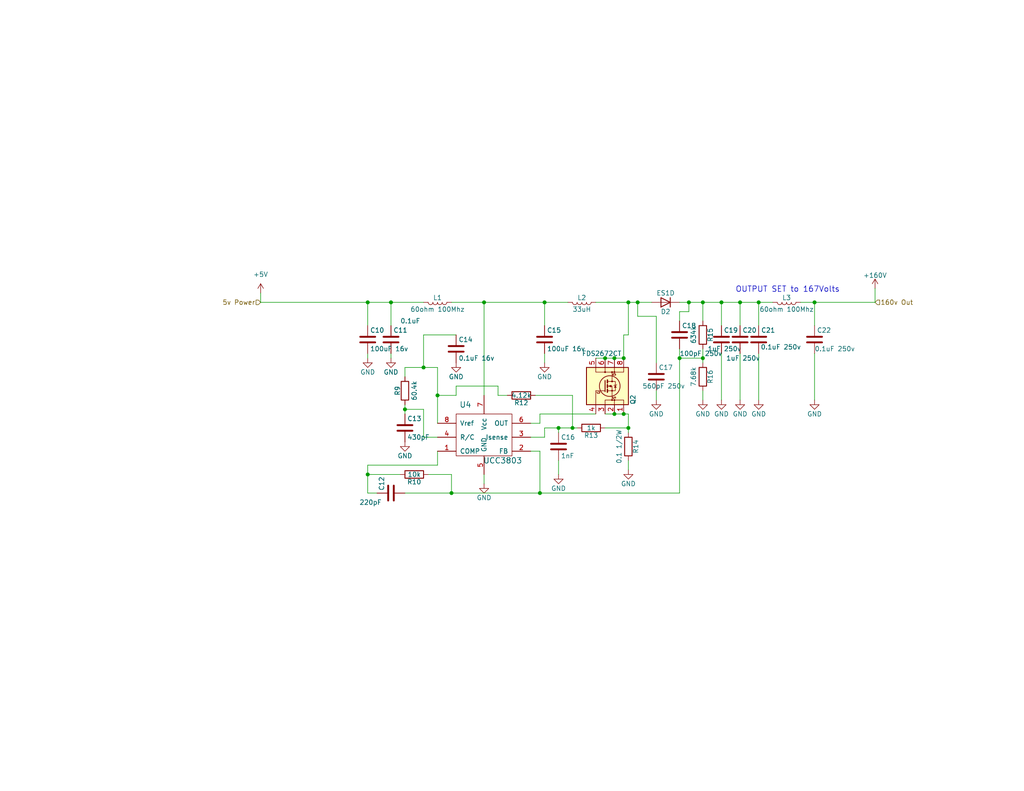
<source format=kicad_sch>
(kicad_sch (version 20231120) (generator "eeschema") (generator_version "8.0")
  (paper "A")
  (title_block (title "170V Power Supply"))
  (lib_symbols
    (symbol "Device:C" (pin_numbers hide) (pin_names (offset 0.254))
      (property "Reference" "C" (at 0.635 2.54 0))
      (property "Value" "C" (at 0.635 -2.54 0))
      (symbol "C_0_1"
        (polyline (pts (xy -2.032 -0.762) (xy 2.032 -0.762)) (stroke (width 0.508)))
        (polyline (pts (xy -2.032 0.762) (xy 2.032 0.762)) (stroke (width 0.508)))
      )
      (symbol "C_1_1"
        (pin passive line (at 0 3.81 270) (length 2.794) (name "~") (number "1"))
        (pin passive line (at 0 -3.81 90) (length 2.794) (name "~") (number "2"))
      )
    )
    (symbol "Device:D" (pin_numbers hide) (pin_names (offset 1.016) hide)
      (property "Reference" "D" (at 0 2.54 0))
      (property "Value" "D" (at 0 -2.54 0))
      (symbol "D_0_1"
        (polyline (pts (xy -1.27 1.27) (xy -1.27 -1.27)) (stroke (width 0.254)))
        (polyline (pts (xy 1.27 0) (xy -1.27 0)))
        (polyline (pts (xy 1.27 1.27) (xy 1.27 -1.27) (xy -1.27 0) (xy 1.27 1.27)) (stroke (width 0.254)))
      )
      (symbol "D_1_1"
        (pin passive line (at -3.81 0 0) (length 2.54) (name "K") (number "1"))
        (pin passive line (at 3.81 0 180) (length 2.54) (name "A") (number "2"))
      )
    )
    (symbol "Device:R" (pin_numbers hide) (pin_names (offset 0))
      (property "Reference" "R" (at 2.032 0 90))
      (property "Value" "R" (at 0 0 90))
      (symbol "R_0_1"
        (rectangle (start -1.016 -2.54) (end 1.016 2.54) (stroke (width 0.254)))
      )
      (symbol "R_1_1"
        (pin passive line (at 0 3.81 270) (length 1.27) (name "~") (number "1"))
        (pin passive line (at 0 -3.81 90) (length 1.27) (name "~") (number "2"))
      )
    )
    (symbol "NixieSupply5vto170vDCMBoostMini-rescue:+160V" (power) (pin_names (offset 0))
      (property "Value" "+160V" (at 0 3.556 0))
      (symbol "+160V_0_1"
        (polyline (pts (xy -0.762 1.27) (xy 0 2.54)))
        (polyline (pts (xy 0 0) (xy 0 2.54)))
        (polyline (pts (xy 0 2.54) (xy 0.762 1.27)))
      )
      (symbol "+160V_1_1"
        (pin power_in line (at 0 0 90) (length 0) hide (name "+160V") (number "1"))
      )
    )
    (symbol "NixieSupply5vto170vDCMBoostMini-rescue:AAC243" (pin_names (offset 1.016))
      (property "Reference" "U" (at 1.27 3.81 0))
      (property "Value" "AAC243" (at 12.7 -10.16 0))
      (symbol "AAC243_0_1"
        (rectangle (start 0 2.54) (end 15.24 -8.89))
      )
      (symbol "AAC243_1_1"
        (pin output line (at -5.08 -7.62 0) (length 5.08) (name "COMP") (number "1"))
        (pin input line (at 20.32 -7.62 180) (length 5.08) (name "FB") (number "2"))
        (pin input line (at 20.32 -3.81 180) (length 5.08) (name "Isense") (number "3"))
        (pin input line (at -5.08 -3.81 0) (length 5.08) (name "R/C") (number "4"))
        (pin passive line (at 7.62 -13.97 90) (length 5.08) (name "GND") (number "5"))
        (pin output line (at 20.32 0 180) (length 5.08) (name "OUT") (number "6"))
        (pin power_in line (at 7.62 7.62 270) (length 5.08) (name "Vcc") (number "7"))
        (pin output line (at -5.08 0 0) (length 5.08) (name "Vref") (number "8"))
      )
    )
    (symbol "NixieSupply5vto170vDCMBoostMini-rescue:FDMS86255ET150" (pin_names (offset 0) hide)
      (property "Reference" "Q" (at -5.08 7.62 0))
      (property "Value" "FDMS86255ET150" (at -5.08 -6.35 0))
      (symbol "FDMS86255ET150_0_0"
        (circle (center -3.81 1.905) (radius 0.127) (stroke (width 0.254)))
        (circle (center -1.27 1.905) (radius 0.127) (stroke (width 0.254)))
        (polyline (pts (xy -5.08 2.54) (xy -3.81 2.54)))
        (polyline (pts (xy -1.27 1.905) (xy -3.81 1.905)))
        (polyline (pts (xy 5.08 2.54) (xy 3.81 2.54)))
        (polyline (pts (xy -1.27 0.635) (xy -1.27 2.794) (xy 1.27 2.794) (xy 1.27 0.635)))
        (polyline (pts (xy 0.127 2.794) (xy -0.381 3.048) (xy -0.381 2.54) (xy 0.127 2.794)) (fill (type outline)))
        (polyline (pts (xy 0.381 3.175) (xy 0.254 3.048) (xy 0.254 2.54) (xy 0.127 2.413)))
        (circle (center 1.27 1.905) (radius 0.127) (stroke (width 0.254)))
        (circle (center 3.81 1.905) (radius 0.127) (stroke (width 0.254)))
        (text "D" (at 3.175 2.54 0) (effects (font (size 0.762 0.762))))
        (text "G" (at -1.778 -1.778 0) (effects (font (size 0.762 0.762))))
        (text "S" (at -3.175 2.54 0) (effects (font (size 0.762 0.762))))
      )
      (symbol "FDMS86255ET150_0_1"
        (rectangle (start -5.08 6.35) (end 5.08 -5.08) (stroke (width 0.254)) (fill (type background)))
        (circle (center -3.81 2.54) (radius 0.127) (stroke (width 0.254)))
        (polyline (pts (xy -5.08 -2.54) (xy -1.27 -2.54)))
        (polyline (pts (xy -1.651 0.635) (xy -0.889 0.635)) (stroke (width 0.381)))
        (polyline (pts (xy -1.27 -2.54) (xy -1.27 0)))
        (polyline (pts (xy -0.381 0.635) (xy 0.381 0.635)) (stroke (width 0.381)))
        (polyline (pts (xy 0.889 0.635) (xy 1.651 0.635)) (stroke (width 0.381)))
        (polyline (pts (xy 1.27 1.905) (xy 3.81 1.905)))
        (polyline (pts (xy 5.08 0) (xy 3.81 0)))
        (polyline (pts (xy -1.524 0) (xy 1.524 0) (xy 1.524 0)) (stroke (width 0.254)))
        (polyline (pts (xy 0 0.635) (xy 0 1.905) (xy -1.27 1.905)))
        (polyline (pts (xy -5.08 0) (xy -3.81 0) (xy -3.81 5.08) (xy -5.08 5.08)))
        (polyline (pts (xy -0.254 1.651) (xy 0.254 1.651) (xy 0 1.016) (xy -0.254 1.651)) (fill (type outline)))
        (polyline (pts (xy 5.08 5.08) (xy 3.81 5.08) (xy 3.81 -2.54) (xy 5.08 -2.54)))
        (circle (center 0 1.27) (radius 2.8194) (stroke (width 0.2032)))
        (circle (center 3.81 0) (radius 0.127) (stroke (width 0.254)))
        (circle (center 3.81 2.54) (radius 0.127) (stroke (width 0.254)))
      )
      (symbol "FDMS86255ET150_1_1"
        (pin passive line (at -7.62 5.08 0) (length 2.54) (name "S") (number "1"))
        (pin passive line (at -7.62 2.54 0) (length 2.54) (name "S") (number "2"))
        (pin passive line (at -7.62 0 0) (length 2.54) (name "S") (number "3"))
        (pin passive line (at -7.62 -2.54 0) (length 2.54) (name "G") (number "4"))
        (pin passive line (at 7.62 -2.54 180) (length 2.54) (name "D") (number "5"))
        (pin passive line (at 7.62 0 180) (length 2.54) (name "D") (number "6"))
        (pin passive line (at 7.62 2.54 180) (length 2.54) (name "D") (number "7"))
        (pin passive line (at 7.62 5.08 180) (length 2.54) (name "D") (number "8"))
      )
    )
    (symbol "NixieSupply5vto170vDCMBoostMini-rescue:GND-power" (power) (pin_names (offset 0))
      (property "Value" "power_GND" (at 0 -3.81 0))
      (symbol "GND-power_0_1"
        (polyline (pts (xy 0 0) (xy 0 -1.27) (xy 1.27 -1.27) (xy 0 -2.54) (xy -1.27 -1.27) (xy 0 -1.27)))
      )
      (symbol "GND-power_1_1"
        (pin power_in line (at 0 0 270) (length 0) hide (name "GND") (number "1"))
      )
    )
    (symbol "NixieSupply5vto170vDCMBoostMini-rescue:L" (pin_numbers hide) (pin_names (offset 1.016) hide)
      (property "Reference" "L" (at -1.27 0 90))
      (property "Value" "L" (at 1.905 0 90))
      (symbol "L_0_1"
        (arc (start 0 -2.54) (mid 0.635 -1.905) (end 0 -1.27))
        (arc (start 0 -1.27) (mid 0.635 -0.635) (end 0 0))
        (arc (start 0 0) (mid 0.635 0.635) (end 0 1.27))
        (arc (start 0 1.27) (mid 0.635 1.905) (end 0 2.54))
      )
      (symbol "L_1_1"
        (pin passive line (at 0 3.81 270) (length 1.27) (name "1") (number "1"))
        (pin passive line (at 0 -3.81 90) (length 1.27) (name "2") (number "2"))
      )
    )
    (symbol "power:+5V" (power) (pin_numbers hide) (pin_names (offset 0) hide)
      (property "Value" "+5V" (at 0 3.556 0))
      (symbol "+5V_0_1"
        (polyline (pts (xy -0.762 1.27) (xy 0 2.54)))
        (polyline (pts (xy 0 0) (xy 0 2.54)))
        (polyline (pts (xy 0 2.54) (xy 0.762 1.27)))
      )
      (symbol "+5V_1_1"
        (pin power_in line (at 0 0 90) (length 0) (name "~") (number "1"))
      )
    )
  )
  (junction (at 191.77 82.55))
  (junction (at 156.21 116.84))
  (junction (at 170.18 113.03))
  (junction (at 148.59 82.55))
  (junction (at 147.32 134.62))
  (junction (at 123.19 134.62))
  (junction (at 207.01 82.55))
  (junction (at 222.25 82.55))
  (junction (at 201.93 82.55))
  (junction (at 167.64 113.03))
  (junction (at 165.1 97.79))
  (junction (at 152.4 116.84))
  (junction (at 173.99 82.55))
  (junction (at 167.64 97.79))
  (junction (at 119.38 107.95))
  (junction (at 115.57 100.33))
  (junction (at 196.85 82.55))
  (junction (at 187.96 82.55))
  (junction (at 170.18 97.79))
  (junction (at 132.08 82.55))
  (junction (at 110.49 111.76))
  (junction (at 171.45 82.55))
  (junction (at 100.33 129.54))
  (junction (at 100.33 82.55))
  (junction (at 191.77 97.79))
  (junction (at 171.45 116.84))
  (junction (at 185.42 97.79))
  (junction (at 106.68 82.55))
  (wire (pts (xy 185.42 97.79) (xy 191.77 97.79)))
  (wire (pts (xy 171.45 113.03) (xy 171.45 116.84)))
  (wire (pts (xy 147.32 115.57) (xy 144.78 115.57)))
  (wire (pts (xy 148.59 96.52) (xy 148.59 99.06)))
  (wire (pts (xy 222.25 82.55) (xy 222.25 88.9)))
  (wire (pts (xy 185.42 85.09) (xy 187.96 85.09)))
  (wire (pts (xy 171.45 116.84) (xy 171.45 118.11)))
  (wire (pts (xy 148.59 116.84) (xy 152.4 116.84)))
  (wire (pts (xy 119.38 119.38) (xy 115.57 119.38)))
  (wire (pts (xy 106.68 97.79) (xy 106.68 96.52)))
  (wire (pts (xy 152.4 116.84) (xy 152.4 118.11)))
  (wire (pts (xy 116.84 129.54) (xy 123.19 129.54)))
  (wire (pts (xy 132.08 132.08) (xy 132.08 129.54)))
  (wire (pts (xy 115.57 119.38) (xy 115.57 111.76)))
  (wire (pts (xy 185.42 87.63) (xy 185.42 85.09)))
  (wire (pts (xy 196.85 82.55) (xy 201.93 82.55)))
  (wire (pts (xy 71.12 80.01) (xy 71.12 82.55)))
  (wire (pts (xy 222.25 82.55) (xy 238.76 82.55)))
  (wire (pts (xy 124.46 91.44) (xy 115.57 91.44)))
  (wire (pts (xy 146.05 107.95) (xy 156.21 107.95)))
  (wire (pts (xy 185.42 82.55) (xy 187.96 82.55)))
  (wire (pts (xy 148.59 119.38) (xy 148.59 116.84)))
  (wire (pts (xy 119.38 100.33) (xy 119.38 107.95)))
  (wire (pts (xy 152.4 116.84) (xy 156.21 116.84)))
  (wire (pts (xy 147.32 134.62) (xy 123.19 134.62)))
  (wire (pts (xy 162.56 82.55) (xy 171.45 82.55)))
  (wire (pts (xy 100.33 134.62) (xy 102.87 134.62)))
  (wire (pts (xy 162.56 97.79) (xy 165.1 97.79)))
  (wire (pts (xy 135.89 107.95) (xy 138.43 107.95)))
  (wire (pts (xy 100.33 82.55) (xy 106.68 82.55)))
  (wire (pts (xy 110.49 100.33) (xy 115.57 100.33)))
  (wire (pts (xy 148.59 82.55) (xy 154.94 82.55)))
  (wire (pts (xy 100.33 127) (xy 100.33 129.54)))
  (wire (pts (xy 185.42 134.62) (xy 147.32 134.62)))
  (wire (pts (xy 191.77 82.55) (xy 191.77 87.63)))
  (wire (pts (xy 173.99 86.36) (xy 173.99 82.55)))
  (wire (pts (xy 119.38 127) (xy 119.38 123.19)))
  (wire (pts (xy 196.85 96.52) (xy 196.85 109.22)))
  (wire (pts (xy 110.49 100.33) (xy 110.49 102.87)))
  (wire (pts (xy 191.77 106.68) (xy 191.77 109.22)))
  (wire (pts (xy 135.89 105.41) (xy 124.46 105.41)))
  (wire (pts (xy 147.32 123.19) (xy 144.78 123.19)))
  (wire (pts (xy 238.76 78.74) (xy 238.76 82.55)))
  (wire (pts (xy 179.07 86.36) (xy 179.07 99.06)))
  (wire (pts (xy 201.93 96.52) (xy 201.93 109.22)))
  (wire (pts (xy 187.96 82.55) (xy 191.77 82.55)))
  (wire (pts (xy 100.33 97.79) (xy 100.33 96.52)))
  (wire (pts (xy 124.46 107.95) (xy 119.38 107.95)))
  (wire (pts (xy 110.49 134.62) (xy 123.19 134.62)))
  (wire (pts (xy 201.93 82.55) (xy 201.93 88.9)))
  (wire (pts (xy 171.45 91.44) (xy 171.45 82.55)))
  (wire (pts (xy 156.21 116.84) (xy 157.48 116.84)))
  (wire (pts (xy 115.57 100.33) (xy 119.38 100.33)))
  (wire (pts (xy 167.64 97.79) (xy 170.18 97.79)))
  (wire (pts (xy 191.77 82.55) (xy 196.85 82.55)))
  (wire (pts (xy 185.42 95.25) (xy 185.42 97.79)))
  (wire (pts (xy 170.18 113.03) (xy 171.45 113.03)))
  (wire (pts (xy 173.99 82.55) (xy 177.8 82.55)))
  (wire (pts (xy 106.68 82.55) (xy 115.57 82.55)))
  (wire (pts (xy 147.32 115.57) (xy 147.32 113.03)))
  (wire (pts (xy 71.12 82.55) (xy 100.33 82.55)))
  (wire (pts (xy 201.93 82.55) (xy 207.01 82.55)))
  (wire (pts (xy 124.46 105.41) (xy 124.46 107.95)))
  (wire (pts (xy 110.49 111.76) (xy 110.49 113.03)))
  (wire (pts (xy 167.64 113.03) (xy 170.18 113.03)))
  (wire (pts (xy 147.32 113.03) (xy 162.56 113.03)))
  (wire (pts (xy 100.33 129.54) (xy 100.33 134.62)))
  (wire (pts (xy 222.25 96.52) (xy 222.25 109.22)))
  (wire (pts (xy 207.01 82.55) (xy 210.82 82.55)))
  (wire (pts (xy 106.68 88.9) (xy 106.68 82.55)))
  (wire (pts (xy 109.22 129.54) (xy 100.33 129.54)))
  (wire (pts (xy 191.77 95.25) (xy 191.77 97.79)))
  (wire (pts (xy 173.99 86.36) (xy 179.07 86.36)))
  (wire (pts (xy 165.1 97.79) (xy 167.64 97.79)))
  (wire (pts (xy 123.19 82.55) (xy 132.08 82.55)))
  (wire (pts (xy 132.08 82.55) (xy 148.59 82.55)))
  (wire (pts (xy 135.89 107.95) (xy 135.89 105.41)))
  (wire (pts (xy 171.45 116.84) (xy 165.1 116.84)))
  (wire (pts (xy 110.49 110.49) (xy 110.49 111.76)))
  (wire (pts (xy 218.44 82.55) (xy 222.25 82.55)))
  (wire (pts (xy 148.59 88.9) (xy 148.59 82.55)))
  (wire (pts (xy 170.18 97.79) (xy 170.18 91.44)))
  (wire (pts (xy 207.01 82.55) (xy 207.01 88.9)))
  (wire (pts (xy 165.1 113.03) (xy 167.64 113.03)))
  (wire (pts (xy 147.32 123.19) (xy 147.32 134.62)))
  (wire (pts (xy 171.45 128.27) (xy 171.45 125.73)))
  (wire (pts (xy 100.33 88.9) (xy 100.33 82.55)))
  (wire (pts (xy 191.77 97.79) (xy 191.77 99.06)))
  (wire (pts (xy 115.57 91.44) (xy 115.57 100.33)))
  (wire (pts (xy 132.08 82.55) (xy 132.08 107.95)))
  (wire (pts (xy 196.85 88.9) (xy 196.85 82.55)))
  (wire (pts (xy 187.96 85.09) (xy 187.96 82.55)))
  (wire (pts (xy 144.78 119.38) (xy 148.59 119.38)))
  (wire (pts (xy 115.57 111.76) (xy 110.49 111.76)))
  (wire (pts (xy 156.21 107.95) (xy 156.21 116.84)))
  (wire (pts (xy 119.38 107.95) (xy 119.38 115.57)))
  (wire (pts (xy 207.01 96.52) (xy 207.01 109.22)))
  (wire (pts (xy 179.07 109.22) (xy 179.07 106.68)))
  (wire (pts (xy 123.19 129.54) (xy 123.19 134.62)))
  (wire (pts (xy 100.33 127) (xy 119.38 127)))
  (wire (pts (xy 185.42 97.79) (xy 185.42 134.62)))
  (wire (pts (xy 152.4 129.54) (xy 152.4 125.73)))
  (wire (pts (xy 170.18 91.44) (xy 171.45 91.44)))
  (wire (pts (xy 171.45 82.55) (xy 173.99 82.55)))
  (text "OUTPUT SET to 167Volts" (at 200.66 80.01 0) (effects (font (size 1.524 1.524)) (justify left bottom)))
  (hierarchical_label "5v Power" (shape input) (at 71.12 82.55 180))
  (hierarchical_label "160v Out" (shape input) (at 238.76 82.55 0))
  (symbol (lib_id "Device:R") (at 191.77 91.44 0) (unit 1)
    (property "Reference" "R15" (at 193.802 91.44 90))
    (property "Value" "634k" (at 189.23 91.44 90))
    (property "Footprint" "Resistor_SMD:R_0805_2012Metric" (effects (hide yes)))
    (property "Datasheet" "https://www.digikey.com/short/2hqfm3bm" (effects (hide yes)))
    (property "MPN" "RC0805FR-07634KL" (effects (hide yes)))
    (property "MAN" "Yageo" (effects (hide yes)))
    (property "MFR_Part#" "RMCF0805FT634K" (effects (hide yes)))
    (property "LCSC_Part#" "C237126" (effects (hide yes)))
  )
  (symbol (lib_id "Device:D") (at 181.61 82.55 180) (unit 1)
    (property "Reference" "D2" (at 181.61 85.09 0))
    (property "Value" "ES1D" (at 181.61 80.01 0))
    (property "Footprint" "Diode_SMD:D_SMA" (effects (hide yes)))
    (property "Datasheet" "https://www.digikey.com/product-detail/en/on-semiconductor/ES1D/ES1DFSCT-ND/458940" (effects (hide yes)))
    (property "MPN" "ES1D" (effects (hide yes)))
    (property "MFR_Part#" "ES1D" (effects (hide yes)))
    (property "LCSC_Part#" "C84602" (effects (hide yes)))
  )
  (symbol (lib_id "Device:C") (at 106.68 92.71 0) (unit 1)
    (property "Reference" "C11" (at 107.315 90.17 0) (effects (justify left)))
    (property "Value" "0.1uF" (at 109.22 87.63 0) (effects (justify left)))
    (property "Footprint" "Capacitor_SMD:C_0805_2012Metric" (effects (hide yes)))
    (property "Datasheet" "https://www.digikey.com/short/tcz8722d" (effects (hide yes)))
    (property "MPN" "C0805C104K3RACTU" (effects (hide yes)))
    (property "MAN" "KEMET" (effects (hide yes)))
    (property "MFR_Part#" "CC0805KRX7R6BB104" (effects (hide yes)))
    (property "LCSC_Part#" "C1852967" (effects (hide yes)))
  )
  (symbol (lib_id "Device:C") (at 179.07 102.87 0) (unit 1)
    (property "Reference" "C17" (at 179.705 100.33 0) (effects (justify left)))
    (property "Value" "560pF 250v" (at 175.26 105.41 0) (effects (justify left)))
    (property "Footprint" "Capacitor_SMD:C_0805_2012Metric" (effects (hide yes)))
    (property "Datasheet" "https://www.digikey.com/product-detail/en/kemet/C0603C561JAGAC7867/399-14990-1-ND/7382539" (effects (hide yes)))
    (property "MPN" "C0603C561JAGAC7867" (effects (hide yes)))
    (property "MFR_Part#" "CC0805KRX7RYBB561" (effects (hide yes)))
    (property "LCSC_Part#" "C113870" (effects (hide yes)))
  )
  (symbol (lib_id "NixieSupply5vto170vDCMBoostMini-rescue:GND-power") (at 207.01 109.22 0) (unit 1)
    (property "Reference" "#PWR039" (effects (hide yes)))
    (property "Value" "GND" (at 207.01 113.03 0))
  )
  (symbol (lib_id "NixieSupply5vto170vDCMBoostMini-rescue:GND-power") (at 124.46 99.06 0) (unit 1)
    (property "Reference" "#PWR030" (effects (hide yes)))
    (property "Value" "GND" (at 124.46 102.87 0))
  )
  (symbol (lib_id "NixieSupply5vto170vDCMBoostMini-rescue:GND-power") (at 222.25 109.22 0) (unit 1)
    (property "Reference" "#PWR040" (effects (hide yes)))
    (property "Value" "GND" (at 222.25 113.03 0))
  )
  (symbol (lib_id "Device:R") (at 110.49 106.68 180) (unit 1)
    (property "Reference" "R9" (at 108.458 106.68 90))
    (property "Value" "60.4k" (at 113.03 106.68 90))
    (property "Footprint" "Resistor_SMD:R_0805_2012Metric" (effects (hide yes)))
    (property "Datasheet" "https://www.digikey.com/short/tnrw9ntp" (effects (hide yes)))
    (property "MPN" "RC0805FR-0760K4L" (effects (hide yes)))
    (property "MAN" "Yageo" (effects (hide yes)))
    (property "MFR_Part#" "ARG05FTC6042" (effects (hide yes)))
    (property "LCSC_Part#" "C218645" (effects (hide yes)))
  )
  (symbol (lib_id "Device:C") (at 201.93 92.71 0) (unit 1)
    (property "Reference" "C20" (at 202.565 90.17 0) (effects (justify left)))
    (property "Value" "1uF 250v" (at 198.12 97.79 0) (effects (justify left)))
    (property "Footprint" "Capacitor_SMD:C_1812_4532Metric" (effects (hide yes)))
    (property "Datasheet" "https://www.digikey.com/product-detail/en/tdk-corporation/C4532X7T2E105M250KE/445-6835-1-ND/2616466" (effects (hide yes)))
    (property "MPN" "C4532X7T2E105M250KE" (effects (hide yes)))
    (property "MFR_Part#" "C1812X105K251T" (effects (hide yes)))
    (property "LCSC_Part#" "C106152" (effects (hide yes)))
  )
  (symbol (lib_id "Device:C") (at 207.01 92.71 0) (unit 1)
    (property "Reference" "C21" (at 207.645 90.17 0) (effects (justify left)))
    (property "Value" "0.1uF 250v" (at 207.518 94.742 0) (effects (justify left)))
    (property "Footprint" "Capacitor_SMD:C_0805_2012Metric" (effects (hide yes)))
    (property "Datasheet" "https://www.digikey.com/short/rfdn84mq" (effects (hide yes)))
    (property "MPN" "CGA4J3X7T2E104M125AE" (effects (hide yes)))
    (property "MAN" "TDK" (effects (hide yes)))
    (property "MFR_Part#" "C0805X104K251T" (effects (hide yes)))
    (property "LCSC_Part#" "C5451689" (effects (hide yes)))
  )
  (symbol (lib_id "Device:C") (at 100.33 92.71 0) (unit 1)
    (property "Reference" "C10" (at 100.965 90.17 0) (effects (justify left)))
    (property "Value" "100uF 16v" (at 100.965 95.25 0) (effects (justify left)))
    (property "Footprint" "Capacitor_SMD:C_1210_3225Metric" (effects (hide yes)))
    (property "Datasheet" "https://www.digikey.com/product-detail/en/taiyo-yuden/EMK325ABJ107MM-P/587-5426-2-ND/7067011" (effects (hide yes)))
    (property "MPN" "EMK325ABJ107MM-P" (effects (hide yes)))
    (property "MFR_Part#" "EMK325ABJ107MM-P" (effects (hide yes)))
    (property "LCSC_Part#" "C90143" (effects (hide yes)))
  )
  (symbol (lib_id "Device:C") (at 152.4 121.92 0) (unit 1)
    (property "Reference" "C16" (at 153.035 119.38 0) (effects (justify left)))
    (property "Value" "1nF" (at 153.035 124.46 0) (effects (justify left)))
    (property "Footprint" "Capacitor_SMD:C_0805_2012Metric" (effects (hide yes)))
    (property "Datasheet" "https://www.digikey.com/short/9v2r4b4r" (effects (hide yes)))
    (property "MAN" "KEMET" (effects (hide yes)))
    (property "MPN" "C0805C102M5RACTU" (effects (hide yes)))
    (property "MFR_Part#" "0805B102K500NT" (effects (hide yes)))
    (property "LCSC_Part#" "C46553" (effects (hide yes)))
  )
  (symbol (lib_id "Device:C") (at 196.85 92.71 0) (unit 1)
    (property "Reference" "C19" (at 197.485 90.17 0) (effects (justify left)))
    (property "Value" "1uF 250v" (at 193.04 95.25 0) (effects (justify left)))
    (property "Footprint" "Capacitor_SMD:C_1812_4532Metric" (effects (hide yes)))
    (property "Datasheet" "https://www.digikey.com/product-detail/en/tdk-corporation/C4532X7T2E105M250KE/445-6835-1-ND/2616466" (effects (hide yes)))
    (property "MPN" "C4532X7T2E105M250KE" (effects (hide yes)))
    (property "MFR_Part#" "C1812X105K251T" (effects (hide yes)))
    (property "LCSC_Part#" "C106152" (effects (hide yes)))
  )
  (symbol (lib_id "NixieSupply5vto170vDCMBoostMini-rescue:+160V") (at 238.76 78.74 0) (unit 1)
    (property "Reference" "#PWR041" (effects (hide yes)))
    (property "Value" "+160V" (at 238.76 75.184 0))
  )
  (symbol (lib_id "NixieSupply5vto170vDCMBoostMini-rescue:FDMS86255ET150") (at 165.1 105.41 270) (mirror x) (unit 1)
    (property "Reference" "Q2" (at 172.72 110.49 0) (effects (justify left)))
    (property "Value" "FDS2672CT" (at 158.75 96.52 90) (effects (justify left)))
    (property "Footprint" "Package_SO:SOIC-8_3.9x4.9mm_P1.27mm" (effects (hide yes)))
    (property "Datasheet" "https://www.digikey.com/product-detail/en/on-semiconductor/FDS2672/FDS2672CT-ND/1217902" (effects (hide yes)))
    (property "MPN" "FDS2672CT-ND" (effects (hide yes)))
    (property "MAN" "On-Semi" (effects (hide yes)))
    (property "MFR_Part#" "FDS2672" (effects (hide yes)))
    (property "LCSC_Part#" "C463724" (effects (hide yes)))
  )
  (symbol (lib_id "Device:C") (at 185.42 91.44 0) (unit 1)
    (property "Reference" "C18" (at 186.055 88.9 0) (effects (justify left)))
    (property "Value" "100pF 250v" (at 185.42 96.52 0) (effects (justify left)))
    (property "Footprint" "Capacitor_SMD:C_0805_2012Metric" (effects (hide yes)))
    (property "Datasheet" "https://www.digikey.com/products/en/capacitors/ceramic-capacitors/60?k=C0805C101JAGAC7800&k=&pkeyword=C0805C101JAGAC7800&pv7=2&quantity=0&ColumnSort=0&page=1&pageSize=25" (effects (hide yes)))
    (property "MPN" "C0805C101JAGAC7800" (effects (hide yes)))
    (property "MFR_Part#" "FM21X101K251PXG" (effects (hide yes)))
    (property "LCSC_Part#" "C2929108" (effects (hide yes)))
  )
  (symbol (lib_id "NixieSupply5vto170vDCMBoostMini-rescue:GND-power") (at 171.45 128.27 0) (unit 1)
    (property "Reference" "#PWR034" (effects (hide yes)))
    (property "Value" "GND" (at 171.45 132.08 0))
  )
  (symbol (lib_id "NixieSupply5vto170vDCMBoostMini-rescue:L") (at 158.75 82.55 270) (unit 1)
    (property "Reference" "L2" (at 158.75 81.28 90))
    (property "Value" "33uH" (at 158.75 84.455 90))
    (property "Footprint" "Library:WE-PD_1210" (effects (hide yes)))
    (property "Datasheet" "https://www.digikey.com/products/en/inductors-coils-chokes/fixed-inductors/71?k=7447709330&k=&pkeyword=7447709330&pv7=2&mnonly=0&ColumnSort=0&page=1&quantity=0&ptm=0&fid=0&pageSize=25" (effects (hide yes)))
    (property "MPN" "7447709330" (effects (hide yes)))
    (property "MAN" "Wurth" (effects (hide yes)))
    (property "MFR_Part#" "7447709330" (effects (hide yes)))
    (property "LCSC_Part#" "C2651182" (effects (hide yes)))
  )
  (symbol (lib_id "Device:R") (at 171.45 121.92 0) (unit 1)
    (property "Reference" "R14" (at 173.482 121.92 90))
    (property "Value" "0.1 1/2W" (at 168.91 121.92 90))
    (property "Footprint" "Resistor_SMD:R_0805_2012Metric" (effects (hide yes)))
    (property "Datasheet" "https://www.digikey.com/product-detail/en/panasonic-electronic-components/ERJ-6DSFR10V/P19308CT-ND/6004663" (effects (hide yes)))
    (property "MPN" "ERJ-6DSFR10V" (effects (hide yes)))
    (property "MAN" "Panasonic" (effects (hide yes)))
    (property "MFR_Part#" "PE0805FRF470R1L" (effects (hide yes)))
    (property "LCSC_Part#" "C2935234" (effects (hide yes)))
  )
  (symbol (lib_id "Device:R") (at 142.24 107.95 270) (unit 1)
    (property "Reference" "R12" (at 142.24 109.982 90))
    (property "Value" "4.12k" (at 142.24 107.95 90))
    (property "Footprint" "Resistor_SMD:R_0805_2012Metric" (effects (hide yes)))
    (property "Datasheet" "https://www.digikey.com/short/t85fjzmz" (effects (hide yes)))
    (property "MPN" "RC0805FR-074K12L" (effects (hide yes)))
    (property "MAN" "Yageo" (effects (hide yes)))
    (property "MFR_Part#" "ARG05FTC4121" (effects (hide yes)))
    (property "LCSC_Part#" "C218607" (effects (hide yes)))
  )
  (symbol (lib_id "NixieSupply5vto170vDCMBoostMini-rescue:GND-power") (at 132.08 132.08 0) (unit 1)
    (property "Reference" "#PWR031" (effects (hide yes)))
    (property "Value" "GND" (at 132.08 135.89 0))
  )
  (symbol (lib_id "Device:C") (at 110.49 116.84 0) (unit 1)
    (property "Reference" "C13" (at 111.125 114.3 0) (effects (justify left)))
    (property "Value" "430pF" (at 111.125 119.38 0) (effects (justify left)))
    (property "Footprint" "Capacitor_SMD:C_0805_2012Metric" (effects (hide yes)))
    (property "Datasheet" "https://www.digikey.com/product-detail/en/samsung-electro-mechanics/CL21C431JBANNNC/1276-2659-1-ND/3890745" (effects (hide yes)))
    (property "MPN" "CL21C431JBANNNC" (effects (hide yes)))
    (property "MFR_Part#" "0805B431K500NT" (effects (hide yes)))
    (property "LCSC_Part#" "C67898" (effects (hide yes)))
  )
  (symbol (lib_id "Device:R") (at 161.29 116.84 270) (unit 1)
    (property "Reference" "R13" (at 161.29 118.872 90))
    (property "Value" "1k" (at 161.29 116.84 90))
    (property "Footprint" "Resistor_SMD:R_0805_2012Metric" (effects (hide yes)))
    (property "Datasheet" "https://www.digikey.com/short/zhfh52p4" (effects (hide yes)))
    (property "MPN" "RC0805FR-071KL" (effects (hide yes)))
    (property "MAN" "Yageo" (effects (hide yes)))
    (property "MFR_Part#" "0805W8F1001T5E" (effects (hide yes)))
    (property "LCSC_Part#" "C17513" (effects (hide yes)))
  )
  (symbol (lib_id "NixieSupply5vto170vDCMBoostMini-rescue:L") (at 214.63 82.55 270) (unit 1)
    (property "Reference" "L3" (at 214.63 81.28 90))
    (property "Value" "60ohm 100Mhz" (at 214.63 84.455 90))
    (property "Footprint" "Resistor_SMD:R_0805_2012Metric" (effects (hide yes)))
    (property "Datasheet" "https://www.digikey.com/product-detail/en/taiyo-yuden/BKP2125HS600-T/587-1932-1-ND/1465402" (effects (hide yes)))
    (property "MPN" "BKP2125HS600-T" (effects (hide yes)))
    (property "MFR_Part#" "PZ2012U600-3R0TF" (effects (hide yes)))
    (property "LCSC_Part#" "C44362" (effects (hide yes)))
  )
  (symbol (lib_id "NixieSupply5vto170vDCMBoostMini-rescue:GND-power") (at 148.59 99.06 0) (unit 1)
    (property "Reference" "#PWR032" (effects (hide yes)))
    (property "Value" "GND" (at 148.59 102.87 0))
  )
  (symbol (lib_id "Device:C") (at 222.25 92.71 0) (unit 1)
    (property "Reference" "C22" (at 222.885 90.17 0) (effects (justify left)))
    (property "Value" "0.1uF 250v" (at 222.25 95.25 0) (effects (justify left)))
    (property "Footprint" "Capacitor_SMD:C_0805_2012Metric" (effects (hide yes)))
    (property "Datasheet" "https://www.digikey.com/short/rfdn84mq" (effects (hide yes)))
    (property "MPN" "CGA4J3X7T2E104M125AE" (effects (hide yes)))
    (property "MAN" "TDK" (effects (hide yes)))
    (property "MFR_Part#" "C0805X104K251T" (effects (hide yes)))
    (property "LCSC_Part#" "C5451689" (effects (hide yes)))
  )
  (symbol (lib_id "Device:R") (at 191.77 102.87 0) (unit 1)
    (property "Reference" "R16" (at 193.802 102.87 90))
    (property "Value" "7.68k" (at 189.23 102.87 90))
    (property "Footprint" "Resistor_SMD:R_0805_2012Metric" (effects (hide yes)))
    (property "Datasheet" "https://www.digikey.com/short/rv4d2w71" (effects (hide yes)))
    (property "MPN" "RC0805FR-077K68L" (effects (hide yes)))
    (property "MAN" "Yageo" (effects (hide yes)))
    (property "MFR_Part#" "0805W8F7681T5E" (effects (hide yes)))
    (property "LCSC_Part#" "C30041" (effects (hide yes)))
  )
  (symbol (lib_id "NixieSupply5vto170vDCMBoostMini-rescue:GND-power") (at 106.68 97.79 0) (unit 1)
    (property "Reference" "#PWR028" (effects (hide yes)))
    (property "Value" "GND" (at 106.68 101.6 0))
  )
  (symbol (lib_id "NixieSupply5vto170vDCMBoostMini-rescue:GND-power") (at 191.77 109.22 0) (unit 1)
    (property "Reference" "#PWR036" (effects (hide yes)))
    (property "Value" "GND" (at 191.77 113.03 0))
  )
  (symbol (lib_id "power:+5V") (at 71.12 80.01 0) (unit 1)
    (property "Reference" "#PWR023" (effects (hide yes)))
    (property "Value" "+5V" (at 71.12 74.93 0))
    (property "Description" "Power symbol creates a global label with name \"+5V\"" (effects (hide yes)))
  )
  (symbol (lib_id "NixieSupply5vto170vDCMBoostMini-rescue:GND-power") (at 179.07 109.22 0) (unit 1)
    (property "Reference" "#PWR035" (effects (hide yes)))
    (property "Value" "GND" (at 179.07 113.03 0))
  )
  (symbol (lib_id "Device:C") (at 106.68 134.62 90) (unit 1)
    (property "Reference" "C12" (at 104.14 133.985 0) (effects (justify left)))
    (property "Value" "220pF" (at 104.14 137.16 90) (effects (justify left)))
    (property "Footprint" "Capacitor_SMD:C_0805_2012Metric" (effects (hide yes)))
    (property "Datasheet" "https://www.digikey.com/short/dmv5m3jj" (effects (hide yes)))
    (property "MAN" "KEMET" (effects (hide yes)))
    (property "MPN" "C0805C221M5RACTU" (effects (hide yes)))
    (property "MFR_Part#" "0805B221K500NT" (effects (hide yes)))
    (property "LCSC_Part#" "C1727" (effects (hide yes)))
  )
  (symbol (lib_id "Device:C") (at 148.59 92.71 0) (unit 1)
    (property "Reference" "C15" (at 149.225 90.17 0) (effects (justify left)))
    (property "Value" "100uF 16v" (at 149.225 95.25 0) (effects (justify left)))
    (property "Footprint" "Capacitor_SMD:C_1210_3225Metric" (effects (hide yes)))
    (property "Datasheet" "https://www.digikey.com/product-detail/en/taiyo-yuden/EMK325ABJ107MM-P/587-5426-2-ND/7067011" (effects (hide yes)))
    (property "MPN" "EMK325ABJ107MM-P" (effects (hide yes)))
    (property "MFR_Part#" "EMK325ABJ107MM-P" (effects (hide yes)))
    (property "LCSC_Part#" "C90143" (effects (hide yes)))
  )
  (symbol (lib_id "NixieSupply5vto170vDCMBoostMini-rescue:GND-power") (at 201.93 109.22 0) (unit 1)
    (property "Reference" "#PWR038" (effects (hide yes)))
    (property "Value" "GND" (at 201.93 113.03 0))
  )
  (symbol (lib_id "NixieSupply5vto170vDCMBoostMini-rescue:GND-power") (at 152.4 129.54 0) (unit 1)
    (property "Reference" "#PWR033" (effects (hide yes)))
    (property "Value" "GND" (at 152.4 133.35 0))
  )
  (symbol (lib_id "NixieSupply5vto170vDCMBoostMini-rescue:AAC243") (at 124.46 115.57 0) (unit 1)
    (property "Reference" "U4" (at 127 110.49 0) (effects (font (size 1.524 1.524))))
    (property "Value" "UCC3803" (at 137.16 125.73 0) (effects (font (size 1.524 1.524))))
    (property "Footprint" "Library:D0008A_L" (effects (hide yes)))
    (property "Datasheet" "https://www.digikey.com/short/nw0qc0m8" (effects (hide yes)))
    (property "MPN" "UCC3803DTR" (effects (hide yes)))
    (property "MAN" "TI" (effects (hide yes)))
    (property "MFR_Part#" "UCC3803DTR" (effects (hide yes)))
    (property "LCSC_Part#" "C2657971" (effects (hide yes)))
  )
  (symbol (lib_id "NixieSupply5vto170vDCMBoostMini-rescue:GND-power") (at 100.33 97.79 0) (unit 1)
    (property "Reference" "#PWR027" (effects (hide yes)))
    (property "Value" "GND" (at 100.33 101.6 0))
  )
  (symbol (lib_id "Device:C") (at 124.46 95.25 0) (unit 1)
    (property "Reference" "C14" (at 125.095 92.71 0) (effects (justify left)))
    (property "Value" "0.1uF 16v" (at 125.095 97.79 0) (effects (justify left)))
    (property "Footprint" "Capacitor_SMD:C_0805_2012Metric" (effects (hide yes)))
    (property "Datasheet" "https://www.digikey.com/short/tcz8722d" (effects (hide yes)))
    (property "MPN" "C0805C104K3RACTU" (effects (hide yes)))
    (property "MAN" "KEMET" (effects (hide yes)))
    (property "MFR_Part#" "CC0805KRX7R7BB104" (effects (hide yes)))
    (property "LCSC_Part#" "C519980" (effects (hide yes)))
  )
  (symbol (lib_id "NixieSupply5vto170vDCMBoostMini-rescue:L") (at 119.38 82.55 270) (unit 1)
    (property "Reference" "L1" (at 119.38 81.28 90))
    (property "Value" "60ohm 100Mhz" (at 119.38 84.455 90))
    (property "Footprint" "Resistor_SMD:R_0805_2012Metric" (effects (hide yes)))
    (property "Datasheet" "https://www.digikey.com/product-detail/en/taiyo-yuden/BKP2125HS600-T/587-1932-1-ND/1465402" (effects (hide yes)))
    (property "MPN" "BKP2125HS600-T" (effects (hide yes)))
    (property "MFR_Part#" "PZ2012U600-3R0TF" (effects (hide yes)))
    (property "LCSC_Part#" "C44362" (effects (hide yes)))
  )
  (symbol (lib_id "Device:R") (at 113.03 129.54 270) (unit 1)
    (property "Reference" "R10" (at 113.03 131.572 90))
    (property "Value" "10k" (at 113.03 129.54 90))
    (property "Footprint" "Resistor_SMD:R_0603_1608Metric" (effects (hide yes)))
    (property "MFR_Part#" "0603WAJ0103T5E" (effects (hide yes)))
    (property "LCSC_Part#" "C15401" (effects (hide yes)))
  )
  (symbol (lib_id "NixieSupply5vto170vDCMBoostMini-rescue:GND-power") (at 110.49 120.65 0) (unit 1)
    (property "Reference" "#PWR029" (effects (hide yes)))
    (property "Value" "GND" (at 110.49 124.46 0))
  )
  (symbol (lib_id "NixieSupply5vto170vDCMBoostMini-rescue:GND-power") (at 196.85 109.22 0) (unit 1)
    (property "Reference" "#PWR037" (effects (hide yes)))
    (property "Value" "GND" (at 196.85 113.03 0))
  )
)
</source>
